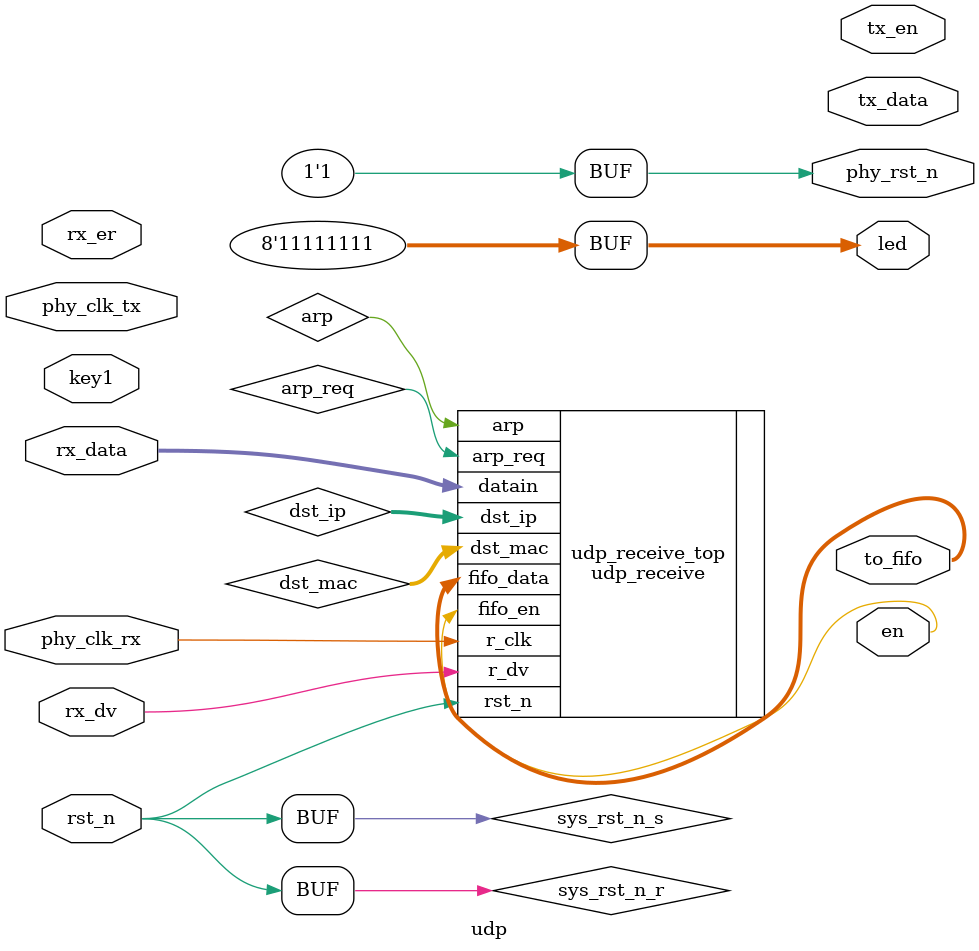
<source format=v>
`include "udp_para.v"
module udp(	rst_n,
			phy_rst_n,
			phy_clk_tx,
			phy_clk_rx,
			rx_dv,
			tx_data,
			tx_en,
			rx_data,
			en,
			to_fifo,
			key1,
			led,
			rx_er);
//-------------------------------------------
//interface
input rx_er;
input rx_dv;
input phy_clk_rx;
input phy_clk_tx;
input rst_n;
input key1;
input [3:0] rx_data;
output [3:0] tx_data;
output tx_en;
output phy_rst_n;
output [7:0] led;
output en;
output [3:0] to_fifo;
//-----------------------------------------
assign phy_rst_n=1;
wire fifo_en;
//-----------------------------------------
//sys reset;
wire sys_rst_n_s=rst_n;
/* sys_reset sys_reset_send(			.clk		(phy_clk_tx),
									.rst_n		(rst_n),
									.sys_rst_n	(sys_rst_n_s)
						); */
//sys reset;
wire sys_rst_n_r=rst_n;
/* sys_reset sys_reset_rec(			.clk		(phy_clk_rx),
									.rst_n		(rst_n),
									.sys_rst_n	(sys_rst_n_r)
						); */
//-------------------------------------------
/*assign led[0]=en;

assign led[1]=fifo_en;

assign led[7]=rx_er;

assign led[6]=empty_fifo;*/
//
wire arp_req;
wire empty_fifo;

wire [3:0] from_fifo;
wire fifo_full;
wire arp;
//-------------------------------------------
wire [31:0] dst_ip;
wire [47:0] dst_mac;
/* udp_send udp_send_top(	.s_clk		(phy_clk_tx),
						.rst_n		(sys_rst_n_s),
						.s_en		(tx_en),
						.fifo_data	(from_fifo),
						.fifo_en	(fifo_en),
						.dataout	(tx_data),
						.go			(~key1 | ~empty_fifo |arp_req),
						//.go			(key1|arp_req),
						.dst_mac	(dst_mac),
						.dst_ip		(dst_ip),
						.arp(arp)
						//.go			(key1 | en)
					); */
/* arp_reply arp_reply(			.s_clk(phy_clk_tx),
								.rst_n(sys_rst_n_s),
								.s_en(tx_en),
								.dataout(tx_data),
								.go(key1 | arp_req) 
					); */


udp_receive udp_receive_top(	.r_clk		(phy_clk_rx),
								.rst_n		(sys_rst_n_r),
								.r_dv		(rx_dv),
								.fifo_data	(to_fifo),
								.fifo_en	(en),
								.datain		(rx_data),
								.arp_req	(arp_req),
								.arp		(arp),
								.dst_ip		(dst_ip),
								.dst_mac	(dst_mac)
							);
//---------------------------------------------
//assign led={4'hf,to_fifo};
assign led={8'hff};
/*test test1(
				.rst(rst_n),
				.clk(phy_clk_tx),
				.led(led)
				);*/
//--------------------------------------
/* `ifdef altera
	fifo 		fifo1(
					.data(to_fifo),
					.rdclk(phy_clk_tx),
					.rdreq(fifo_en),
					.wrclk(phy_clk_rx),
					.wrreq(en),
					.q(from_fifo),
					.rdempty(empty_fifo),
					.wrfull(fifo_full));

`else
fifo 		fifo1	(	.rst(rst_n), 
						.wr_clk(phy_clk_rx), 
						.rd_clk(phy_clk_tx),
						.din(to_fifo),
						.wr_en(en),
						.rd_en(fifo_en),
						.dout(from_fifo),
						.full(fifo_full),
						.empty(empty_fifo)
						);
`endif */
endmodule
</source>
